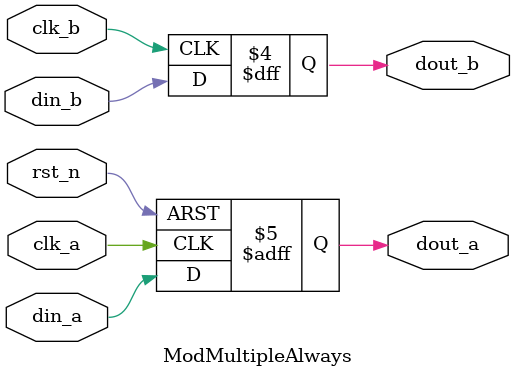
<source format=sv>
module ModMultipleAlways (
    output logic dout_a,
    output logic dout_b,
    input logic clk_a,
    input logic clk_b,
    input logic rst_n,
    input logic din_a,
    input logic din_b
);
    always @(posedge clk_a or negedge rst_n) begin 
    if (!rst_n) begin 
        dout_a <= 1'b0;
    end else begin
        dout_a <= din_a; 
    end
    end
    always @(posedge clk_b) begin 
    dout_b <= din_b; 
    end
endmodule


</source>
